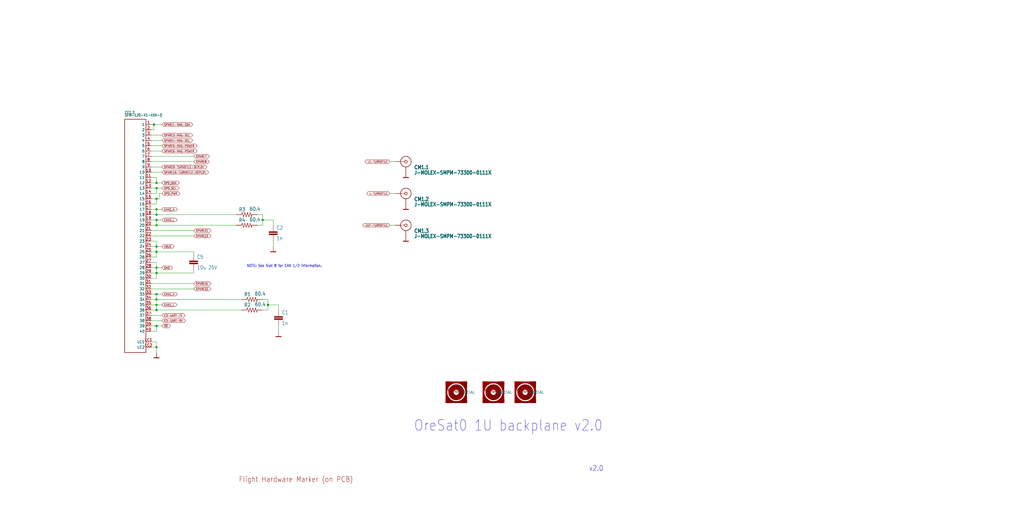
<source format=kicad_sch>
(kicad_sch (version 20211123) (generator eeschema)
  (paper "User" 490.22 254.406)
  (lib_symbols
    (symbol "J-MOLEX-SMPM-73300-0111X:J-MOLEX-SMPM-73300-0111X_1"
      (property "Reference" "CM2.2" (at 3.81 -3.81 0))
      (property "Value" "J-MOLEX-SMPM-73300-0111X_1" (at 3.81 -6.35 0))
      (symbol "J-MOLEX-SMPM-73300-0111X_1_1_0"
        (polyline (pts (xy -2.54 0) (xy -0.635 0)) (stroke (width 0.1524)))
        (circle (center 0 0) (radius 0.635) (stroke (width 0.254)))
        (circle (center 0 0) (radius 2.54) (stroke (width 0.254)))
        (pin passive line (at 0 -5.08 90) (length 2.54) (name "SHIELD1") (number "GND"))
        (pin passive line (at -5.08 0 0) (length 2.54) (name "RF") (number "RF-DOWN"))
      )
    )
    (symbol "oresat0-1u-backplane-eagle-import:C-EU0603-C-NOSILK"
      (property "Reference" "C" (at 1.524 0.381 0))
      (property "Value" "C-EU0603-C-NOSILK" (at 1.524 -4.699 0))
      (symbol "C-EU0603-C-NOSILK_1_0"
        (rectangle (start -2.032 -2.032) (end 2.032 -1.524) (fill (type outline)))
        (rectangle (start -2.032 -1.016) (end 2.032 -0.508) (fill (type outline)))
        (polyline (pts (xy 0 -2.54) (xy 0 -2.032)) (stroke (width 0.1524)))
        (polyline (pts (xy 0 0) (xy 0 -0.508)) (stroke (width 0.1524)))
        (pin passive line (at 0 2.54 270) (length 2.54) (name "1") (number "1"))
        (pin passive line (at 0 -5.08 90) (length 2.54) (name "2") (number "2"))
      )
    )
    (symbol "oresat0-1u-backplane-eagle-import:C-EU1206-B"
      (property "Reference" "C" (at 1.524 0.381 0))
      (property "Value" "C-EU1206-B" (at 1.524 -4.699 0))
      (symbol "C-EU1206-B_1_0"
        (rectangle (start -2.032 -2.032) (end 2.032 -1.524) (fill (type outline)))
        (rectangle (start -2.032 -1.016) (end 2.032 -0.508) (fill (type outline)))
        (polyline (pts (xy 0 -2.54) (xy 0 -2.032)) (stroke (width 0.1524)))
        (polyline (pts (xy 0 0) (xy 0 -0.508)) (stroke (width 0.1524)))
        (pin passive line (at 0 2.54 270) (length 2.54) (name "1") (number "1"))
        (pin passive line (at 0 -5.08 90) (length 2.54) (name "2") (number "2"))
      )
    )
    (symbol "oresat0-1u-backplane-eagle-import:FIDUCIAL-1.0X2.0"
      (symbol "FIDUCIAL-1.0X2.0_1_0"
        (rectangle (start -5.08 -5.08) (end -3.556 -2.54) (fill (type outline)))
        (rectangle (start -5.08 -5.08) (end -2.54 -3.556) (fill (type outline)))
        (rectangle (start -5.08 2.54) (end -3.556 5.08) (fill (type outline)))
        (rectangle (start -5.08 3.556) (end -2.54 5.08) (fill (type outline)))
        (polyline (pts (xy -5.08 -5.08) (xy -5.08 5.08)) (stroke (width 0.127)))
        (polyline (pts (xy -5.08 -5.08) (xy 5.08 -5.08)) (stroke (width 0.127)))
        (polyline (pts (xy -5.08 5.08) (xy 5.08 5.08)) (stroke (width 0.127)))
        (polyline (pts (xy -4.699 2.54) (xy -4.699 -2.54)) (stroke (width 0.762)))
        (polyline (pts (xy -2.54 -4.699) (xy 2.54 -4.699)) (stroke (width 0.762)))
        (polyline (pts (xy -2.54 4.699) (xy 2.54 4.699)) (stroke (width 0.762)))
        (polyline (pts (xy 4.699 -2.54) (xy 4.699 2.54)) (stroke (width 0.762)))
        (polyline (pts (xy 5.08 5.08) (xy 5.08 -5.08)) (stroke (width 0.127)))
        (circle (center 0 0) (radius 2.54) (stroke (width 2.54)))
        (circle (center 0 0) (radius 4.699) (stroke (width 0.762)))
        (rectangle (start 2.54 -5.08) (end 5.08 -3.556) (fill (type outline)))
        (rectangle (start 2.54 3.556) (end 5.08 5.08) (fill (type outline)))
        (rectangle (start 3.556 -5.08) (end 5.08 -2.54) (fill (type outline)))
        (rectangle (start 3.556 2.54) (end 5.08 5.08) (fill (type outline)))
        (pin no_connect line (at 0 0 0) (length 0) (name "FIDUCIAL") (number "FIDUCIAL"))
      )
    )
    (symbol "oresat0-1u-backplane-eagle-import:FLIGHMARKERNEW"
      (symbol "FLIGHMARKERNEW_1_0"
        (text "Flight Hardware Marker (on PCB)" (at 0 0 0) (effects (font (size 2.54 2.159)) (justify left bottom)))
      )
    )
    (symbol "oresat0-1u-backplane-eagle-import:GND" (power)
      (symbol "GND_1_0"
        (polyline (pts (xy -1.27 -2.54) (xy 1.27 -2.54)) (stroke (width 0.4064)))
        (pin power_in line (at 0 0 270) (length 2.54) (name "GND") (number "1"))
      )
    )
    (symbol "oresat0-1u-backplane-eagle-import:R-US_1206-C"
      (property "Reference" "R" (at -3.81 1.4986 0))
      (property "Value" "R-US_1206-C" (at -3.81 -3.302 0))
      (symbol "R-US_1206-C_1_0"
        (polyline (pts (xy -2.54 0) (xy -2.159 1.016)) (stroke (width 0.2032)))
        (polyline (pts (xy -2.159 1.016) (xy -1.524 -1.016)) (stroke (width 0.2032)))
        (polyline (pts (xy -1.524 -1.016) (xy -0.889 1.016)) (stroke (width 0.2032)))
        (polyline (pts (xy -0.889 1.016) (xy -0.254 -1.016)) (stroke (width 0.2032)))
        (polyline (pts (xy -0.254 -1.016) (xy 0.381 1.016)) (stroke (width 0.2032)))
        (polyline (pts (xy 0.381 1.016) (xy 1.016 -1.016)) (stroke (width 0.2032)))
        (polyline (pts (xy 1.016 -1.016) (xy 1.651 1.016)) (stroke (width 0.2032)))
        (polyline (pts (xy 1.651 1.016) (xy 2.286 -1.016)) (stroke (width 0.2032)))
        (polyline (pts (xy 2.286 -1.016) (xy 2.54 0)) (stroke (width 0.2032)))
        (pin passive line (at -5.08 0 0) (length 2.54) (name "1") (number "1"))
        (pin passive line (at 5.08 0 180) (length 2.54) (name "2") (number "2"))
      )
    )
    (symbol "oresat0-1u-backplane-eagle-import:SFM-120-X1-XXX-D"
      (property "Reference" "J" (at -2.54 50.8 0))
      (property "Value" "SFM-120-X1-XXX-D" (at -2.54 49.53 0))
      (symbol "SFM-120-X1-XXX-D_1_0"
        (polyline (pts (xy -2.54 -63.5) (xy -2.54 48.26)) (stroke (width 0.254)))
        (polyline (pts (xy -2.54 48.26) (xy 7.62 48.26)) (stroke (width 0.254)))
        (polyline (pts (xy 7.62 -63.5) (xy -2.54 -63.5)) (stroke (width 0.254)))
        (polyline (pts (xy 7.62 48.26) (xy 7.62 -63.5)) (stroke (width 0.254)))
        (pin passive line (at 10.16 45.72 180) (length 2.54) (name "1") (number "1"))
        (pin passive line (at 10.16 22.86 180) (length 2.54) (name "10") (number "10"))
        (pin passive line (at 10.16 20.32 180) (length 2.54) (name "11") (number "11"))
        (pin passive line (at 10.16 17.78 180) (length 2.54) (name "12") (number "12"))
        (pin passive line (at 10.16 15.24 180) (length 2.54) (name "13") (number "13"))
        (pin passive line (at 10.16 12.7 180) (length 2.54) (name "14") (number "14"))
        (pin passive line (at 10.16 10.16 180) (length 2.54) (name "15") (number "15"))
        (pin passive line (at 10.16 7.62 180) (length 2.54) (name "16") (number "16"))
        (pin passive line (at 10.16 5.08 180) (length 2.54) (name "17") (number "17"))
        (pin passive line (at 10.16 2.54 180) (length 2.54) (name "18") (number "18"))
        (pin passive line (at 10.16 0 180) (length 2.54) (name "19") (number "19"))
        (pin passive line (at 10.16 43.18 180) (length 2.54) (name "2") (number "2"))
        (pin passive line (at 10.16 -2.54 180) (length 2.54) (name "20") (number "20"))
        (pin passive line (at 10.16 -5.08 180) (length 2.54) (name "21") (number "21"))
        (pin passive line (at 10.16 -7.62 180) (length 2.54) (name "22") (number "22"))
        (pin passive line (at 10.16 -10.16 180) (length 2.54) (name "23") (number "23"))
        (pin passive line (at 10.16 -12.7 180) (length 2.54) (name "24") (number "24"))
        (pin passive line (at 10.16 -15.24 180) (length 2.54) (name "25") (number "25"))
        (pin passive line (at 10.16 -17.78 180) (length 2.54) (name "26") (number "26"))
        (pin passive line (at 10.16 -20.32 180) (length 2.54) (name "27") (number "27"))
        (pin passive line (at 10.16 -22.86 180) (length 2.54) (name "28") (number "28"))
        (pin passive line (at 10.16 -25.4 180) (length 2.54) (name "29") (number "29"))
        (pin passive line (at 10.16 40.64 180) (length 2.54) (name "3") (number "3"))
        (pin passive line (at 10.16 -27.94 180) (length 2.54) (name "30") (number "30"))
        (pin passive line (at 10.16 -30.48 180) (length 2.54) (name "31") (number "31"))
        (pin passive line (at 10.16 -33.02 180) (length 2.54) (name "32") (number "32"))
        (pin passive line (at 10.16 -35.56 180) (length 2.54) (name "33") (number "33"))
        (pin passive line (at 10.16 -38.1 180) (length 2.54) (name "34") (number "34"))
        (pin passive line (at 10.16 -40.64 180) (length 2.54) (name "35") (number "35"))
        (pin passive line (at 10.16 -43.18 180) (length 2.54) (name "36") (number "36"))
        (pin passive line (at 10.16 -45.72 180) (length 2.54) (name "37") (number "37"))
        (pin passive line (at 10.16 -48.26 180) (length 2.54) (name "38") (number "38"))
        (pin passive line (at 10.16 -50.8 180) (length 2.54) (name "39") (number "39"))
        (pin passive line (at 10.16 38.1 180) (length 2.54) (name "4") (number "4"))
        (pin passive line (at 10.16 -53.34 180) (length 2.54) (name "40") (number "40"))
        (pin passive line (at 10.16 35.56 180) (length 2.54) (name "5") (number "5"))
        (pin passive line (at 10.16 33.02 180) (length 2.54) (name "6") (number "6"))
        (pin passive line (at 10.16 30.48 180) (length 2.54) (name "7") (number "7"))
        (pin passive line (at 10.16 27.94 180) (length 2.54) (name "8") (number "8"))
        (pin passive line (at 10.16 25.4 180) (length 2.54) (name "9") (number "9"))
        (pin passive line (at 10.16 -58.42 180) (length 2.54) (name "LC1") (number "LC1"))
        (pin passive line (at 10.16 -60.96 180) (length 2.54) (name "LC2") (number "LC2"))
      )
    )
  )
  (junction (at 74.93 143.51))
  (junction (at 74.93 166.37))
  (junction (at 125.73 105.41))
  (junction (at 74.93 105.41))
  (junction (at 74.93 128.27))
  (junction (at 74.93 90.17))
  (junction (at 74.93 140.97))
  (junction (at 74.93 102.87))
  (junction (at 128.27 146.05))
  (junction (at 74.93 107.95))
  (junction (at 74.93 146.05))
  (junction (at 74.93 87.63))
  (junction (at 74.93 95.25))
  (junction (at 74.93 120.65))
  (junction (at 74.93 100.33))
  (junction (at 74.93 156.21))
  (junction (at 74.93 118.11))
  (junction (at 74.93 130.81))
  (junction (at 74.93 148.59))
  (junction (at 73.66 59.69))
  (wire (pts (xy 189.23 77.47) (xy 186.69 77.47)))
  (wire (pts (xy 72.39 128.27) (xy 74.93 128.27)))
  (wire (pts (xy 72.39 90.17) (xy 74.93 90.17)))
  (wire (pts (xy 77.47 140.97) (xy 74.93 140.97)))
  (wire (pts (xy 74.93 133.35) (xy 74.93 130.81)))
  (wire (pts (xy 74.93 156.21) (xy 72.39 156.21)))
  (wire (pts (xy 72.39 77.47) (xy 92.71 77.47)))
  (wire (pts (xy 72.39 64.77) (xy 77.47 64.77)))
  (wire (pts (xy 128.27 146.05) (xy 133.35 146.05)))
  (wire (pts (xy 72.39 97.79) (xy 74.93 97.79)))
  (wire (pts (xy 74.93 118.11) (xy 72.39 118.11)))
  (wire (pts (xy 77.47 156.21) (xy 74.93 156.21)))
  (wire (pts (xy 72.39 166.37) (xy 74.93 166.37)))
  (wire (pts (xy 74.93 90.17) (xy 74.93 92.71)))
  (wire (pts (xy 77.47 100.33) (xy 74.93 100.33)))
  (wire (pts (xy 74.93 100.33) (xy 74.93 102.87)))
  (wire (pts (xy 74.93 143.51) (xy 115.57 143.51)))
  (wire (pts (xy 74.93 92.71) (xy 72.39 92.71)))
  (wire (pts (xy 77.47 105.41) (xy 74.93 105.41)))
  (wire (pts (xy 74.93 123.19) (xy 72.39 123.19)))
  (wire (pts (xy 77.47 128.27) (xy 74.93 128.27)))
  (wire (pts (xy 74.93 125.73) (xy 74.93 128.27)))
  (wire (pts (xy 72.39 87.63) (xy 74.93 87.63)))
  (wire (pts (xy 72.39 125.73) (xy 74.93 125.73)))
  (wire (pts (xy 72.39 113.03) (xy 92.71 113.03)))
  (wire (pts (xy 72.39 80.01) (xy 77.47 80.01)))
  (wire (pts (xy 72.39 158.75) (xy 74.93 158.75)))
  (wire (pts (xy 133.35 148.59) (xy 133.35 146.05)))
  (wire (pts (xy 72.39 69.85) (xy 77.47 69.85)))
  (wire (pts (xy 74.93 120.65) (xy 74.93 123.19)))
  (wire (pts (xy 74.93 105.41) (xy 72.39 105.41)))
  (wire (pts (xy 74.93 97.79) (xy 74.93 95.25)))
  (wire (pts (xy 74.93 163.83) (xy 74.93 166.37)))
  (wire (pts (xy 128.27 146.05) (xy 128.27 148.59)))
  (wire (pts (xy 123.19 102.87) (xy 125.73 102.87)))
  (wire (pts (xy 74.93 107.95) (xy 113.03 107.95)))
  (wire (pts (xy 125.73 105.41) (xy 125.73 107.95)))
  (wire (pts (xy 72.39 138.43) (xy 92.71 138.43)))
  (wire (pts (xy 72.39 110.49) (xy 92.71 110.49)))
  (wire (pts (xy 133.35 156.21) (xy 133.35 158.75)))
  (wire (pts (xy 77.47 146.05) (xy 74.93 146.05)))
  (wire (pts (xy 125.73 102.87) (xy 125.73 105.41)))
  (wire (pts (xy 74.93 95.25) (xy 72.39 95.25)))
  (wire (pts (xy 74.93 140.97) (xy 72.39 140.97)))
  (wire (pts (xy 72.39 133.35) (xy 74.93 133.35)))
  (wire (pts (xy 74.93 102.87) (xy 113.03 102.87)))
  (wire (pts (xy 72.39 67.31) (xy 77.47 67.31)))
  (wire (pts (xy 130.81 105.41) (xy 130.81 107.95)))
  (wire (pts (xy 189.23 92.71) (xy 186.69 92.71)))
  (wire (pts (xy 76.2 95.25) (xy 74.93 95.25)))
  (wire (pts (xy 74.93 105.41) (xy 74.93 107.95)))
  (wire (pts (xy 72.39 115.57) (xy 74.93 115.57)))
  (wire (pts (xy 72.39 62.23) (xy 73.66 62.23)))
  (wire (pts (xy 130.81 115.57) (xy 130.81 118.11)))
  (wire (pts (xy 74.93 115.57) (xy 74.93 118.11)))
  (wire (pts (xy 92.71 120.65) (xy 92.71 121.92)))
  (wire (pts (xy 77.47 87.63) (xy 74.93 87.63)))
  (wire (pts (xy 74.93 146.05) (xy 72.39 146.05)))
  (wire (pts (xy 74.93 148.59) (xy 115.57 148.59)))
  (wire (pts (xy 77.47 118.11) (xy 74.93 118.11)))
  (wire (pts (xy 125.73 107.95) (xy 123.19 107.95)))
  (wire (pts (xy 73.66 59.69) (xy 77.47 59.69)))
  (wire (pts (xy 74.93 120.65) (xy 72.39 120.65)))
  (wire (pts (xy 74.93 100.33) (xy 72.39 100.33)))
  (wire (pts (xy 74.93 158.75) (xy 74.93 156.21)))
  (wire (pts (xy 125.73 105.41) (xy 130.81 105.41)))
  (wire (pts (xy 74.93 87.63) (xy 74.93 85.09)))
  (wire (pts (xy 72.39 135.89) (xy 92.71 135.89)))
  (wire (pts (xy 74.93 166.37) (xy 74.93 168.91)))
  (wire (pts (xy 74.93 85.09) (xy 72.39 85.09)))
  (wire (pts (xy 72.39 72.39) (xy 77.47 72.39)))
  (wire (pts (xy 77.47 92.71) (xy 76.2 92.71)))
  (wire (pts (xy 72.39 163.83) (xy 74.93 163.83)))
  (wire (pts (xy 74.93 130.81) (xy 92.71 130.81)))
  (wire (pts (xy 72.39 82.55) (xy 77.47 82.55)))
  (wire (pts (xy 73.66 62.23) (xy 73.66 59.69)))
  (wire (pts (xy 128.27 148.59) (xy 125.73 148.59)))
  (wire (pts (xy 72.39 153.67) (xy 77.47 153.67)))
  (wire (pts (xy 74.93 130.81) (xy 72.39 130.81)))
  (wire (pts (xy 72.39 102.87) (xy 74.93 102.87)))
  (wire (pts (xy 125.73 143.51) (xy 128.27 143.51)))
  (wire (pts (xy 189.23 107.95) (xy 186.69 107.95)))
  (wire (pts (xy 72.39 151.13) (xy 77.47 151.13)))
  (wire (pts (xy 128.27 143.51) (xy 128.27 146.05)))
  (wire (pts (xy 76.2 92.71) (xy 76.2 95.25)))
  (wire (pts (xy 74.93 120.65) (xy 92.71 120.65)))
  (wire (pts (xy 74.93 148.59) (xy 74.93 146.05)))
  (wire (pts (xy 72.39 107.95) (xy 74.93 107.95)))
  (wire (pts (xy 92.71 130.81) (xy 92.71 129.54)))
  (wire (pts (xy 74.93 128.27) (xy 74.93 130.81)))
  (wire (pts (xy 72.39 143.51) (xy 74.93 143.51)))
  (wire (pts (xy 74.93 90.17) (xy 77.47 90.17)))
  (wire (pts (xy 72.39 148.59) (xy 74.93 148.59)))
  (wire (pts (xy 74.93 118.11) (xy 74.93 120.65)))
  (wire (pts (xy 72.39 59.69) (xy 73.66 59.69)))
  (wire (pts (xy 74.93 143.51) (xy 74.93 140.97)))
  (wire (pts (xy 72.39 74.93) (xy 92.71 74.93)))
  (text "OreSat0 1U backplane v2.0" (at 198.12 207.01 180) (effects (font (size 5.08 4.318)) (justify left bottom)))
  (text "NOTE: See Slot 8 for CAN 1/2 information." (at 118.11 128.27 180) (effects (font (size 1.27 1.0795)) (justify left bottom)))
  (text "v2.0" (at 281.94 226.06 180) (effects (font (size 2.54 2.159)) (justify left bottom)))
  (global_label "CAN2_L" (shape bidirectional) (at 77.47 105.41 0) (effects (font (size 0.889 0.889))) (property "Intersheet References" "${INTERSHEET_REFS}" (effects hide)))
  (global_label "SPARE22" (shape bidirectional) (at 92.71 113.03 0) (effects (font (size 0.889 0.889))) (property "Intersheet References" "${INTERSHEET_REFS}" (effects hide)))
  (global_label "SPARE10-TURNSTILE-DEPLOY" (shape bidirectional) (at 77.47 82.55 0) (effects (font (size 0.889 0.889))) (property "Intersheet References" "${INTERSHEET_REFS}" (effects hide)))
  (global_label "VBUS" (shape bidirectional) (at 77.47 118.11 0) (effects (font (size 0.889 0.889))) (property "Intersheet References" "${INTERSHEET_REFS}" (effects hide)))
  (global_label "L-TURNSTILE" (shape bidirectional) (at 186.69 92.71 180) (effects (font (size 0.889 0.889))) (property "Intersheet References" "${INTERSHEET_REFS}" (effects hide)))
  (global_label "~{SD}" (shape bidirectional) (at 77.47 156.21 0) (effects (font (size 0.889 0.889))) (property "Intersheet References" "${INTERSHEET_REFS}" (effects hide)))
  (global_label "SPARE8" (shape bidirectional) (at 92.71 77.47 0) (effects (font (size 0.889 0.889))) (property "Intersheet References" "${INTERSHEET_REFS}" (effects hide)))
  (global_label "SPARE6-MAG-POWER" (shape bidirectional) (at 77.47 72.39 0) (effects (font (size 0.889 0.889))) (property "Intersheet References" "${INTERSHEET_REFS}" (effects hide)))
  (global_label "SPARE32" (shape bidirectional) (at 92.71 138.43 0) (effects (font (size 0.889 0.889))) (property "Intersheet References" "${INTERSHEET_REFS}" (effects hide)))
  (global_label "SPARE4-MAG-SCL" (shape bidirectional) (at 77.47 67.31 0) (effects (font (size 0.889 0.889))) (property "Intersheet References" "${INTERSHEET_REFS}" (effects hide)))
  (global_label "SPARE1-MAG-SDA" (shape bidirectional) (at 77.47 59.69 0) (effects (font (size 0.889 0.889))) (property "Intersheet References" "${INTERSHEET_REFS}" (effects hide)))
  (global_label "GND" (shape bidirectional) (at 77.47 128.27 0) (effects (font (size 0.889 0.889))) (property "Intersheet References" "${INTERSHEET_REFS}" (effects hide)))
  (global_label "SPARE31" (shape bidirectional) (at 92.71 135.89 0) (effects (font (size 0.889 0.889))) (property "Intersheet References" "${INTERSHEET_REFS}" (effects hide)))
  (global_label "C3-UART-RX" (shape bidirectional) (at 77.47 153.67 0) (effects (font (size 0.889 0.889))) (property "Intersheet References" "${INTERSHEET_REFS}" (effects hide)))
  (global_label "UHF-TURNSTILE" (shape bidirectional) (at 186.69 107.95 180) (effects (font (size 0.889 0.889))) (property "Intersheet References" "${INTERSHEET_REFS}" (effects hide)))
  (global_label "SPARE3-MAG-SCL" (shape bidirectional) (at 77.47 64.77 0) (effects (font (size 0.889 0.889))) (property "Intersheet References" "${INTERSHEET_REFS}" (effects hide)))
  (global_label "SPARE9-TURNSTILE-DEPLOY" (shape bidirectional) (at 77.47 80.01 0) (effects (font (size 0.889 0.889))) (property "Intersheet References" "${INTERSHEET_REFS}" (effects hide)))
  (global_label "L1-TURNSTILE" (shape bidirectional) (at 186.69 77.47 180) (effects (font (size 0.889 0.889))) (property "Intersheet References" "${INTERSHEET_REFS}" (effects hide)))
  (global_label "SPARE5-MAG-POWER" (shape bidirectional) (at 77.47 69.85 0) (effects (font (size 0.889 0.889))) (property "Intersheet References" "${INTERSHEET_REFS}" (effects hide)))
  (global_label "OPD_SCL" (shape bidirectional) (at 77.47 90.17 0) (effects (font (size 0.889 0.889))) (property "Intersheet References" "${INTERSHEET_REFS}" (effects hide)))
  (global_label "SPARE21" (shape bidirectional) (at 92.71 110.49 0) (effects (font (size 0.889 0.889))) (property "Intersheet References" "${INTERSHEET_REFS}" (effects hide)))
  (global_label "SPARE7" (shape bidirectional) (at 92.71 74.93 0) (effects (font (size 0.889 0.889))) (property "Intersheet References" "${INTERSHEET_REFS}" (effects hide)))
  (global_label "C3-UART-TX" (shape bidirectional) (at 77.47 151.13 0) (effects (font (size 0.889 0.889))) (property "Intersheet References" "${INTERSHEET_REFS}" (effects hide)))
  (global_label "OPD_PWR" (shape bidirectional) (at 77.47 92.71 0) (effects (font (size 0.889 0.889))) (property "Intersheet References" "${INTERSHEET_REFS}" (effects hide)))
  (global_label "CAN1_L" (shape bidirectional) (at 77.47 146.05 0) (effects (font (size 0.889 0.889))) (property "Intersheet References" "${INTERSHEET_REFS}" (effects hide)))
  (global_label "CAN1_H" (shape bidirectional) (at 77.47 140.97 0) (effects (font (size 0.889 0.889))) (property "Intersheet References" "${INTERSHEET_REFS}" (effects hide)))
  (global_label "CAN2_H" (shape bidirectional) (at 77.47 100.33 0) (effects (font (size 0.889 0.889))) (property "Intersheet References" "${INTERSHEET_REFS}" (effects hide)))
  (global_label "OPD_SDA" (shape bidirectional) (at 77.47 87.63 0) (effects (font (size 0.889 0.889))) (property "Intersheet References" "${INTERSHEET_REFS}" (effects hide)))
  (symbol (lib_id "oresat0-1u-backplane-eagle-import:GND") (at 130.81 118.11 0) (unit 1)
    (property "Reference" "#GND015" (effects hide))
    (property "Value" "GND" (effects hide))
    (property "Footprint" "oresat0-1u-backplane:" (effects hide))
  )
  (symbol (lib_id "oresat0-1u-backplane-eagle-import:GND") (at 74.93 168.91 0) (unit 1)
    (property "Reference" "#GND090" (effects hide))
    (property "Value" "GND" (effects hide))
    (property "Footprint" "oresat0-1u-backplane:" (effects hide))
  )
  (symbol (lib_id "oresat0-1u-backplane-eagle-import:R-US_1206-C") (at 120.65 148.59 0) (unit 1)
    (property "Reference" "R2" (at 116.84 147.0914 0) (effects (font (size 1.778 1.5113)) (justify left bottom)))
    (property "Value" "60.4" (at 121.92 146.812 0) (effects (font (size 1.778 1.5113)) (justify left bottom)))
    (property "Footprint" "oresat0-1u-backplane:1206-C" (effects hide))
  )
  (symbol (lib_id "oresat0-1u-backplane-eagle-import:FIDUCIAL-1.0X2.0") (at 236.22 187.96 0) (unit 1)
    (property "Reference" "FIDUCIAL2" (effects hide))
    (property "Value" "FIDUCIAL-1.0X2.0" (effects hide))
    (property "Footprint" "oresat0-1u-backplane:FIDUCIAL-1.0X2.0" (effects hide))
  )
  (symbol (lib_id "oresat0-1u-backplane-eagle-import:C-EU0603-C-NOSILK") (at 130.81 110.49 0) (unit 1)
    (property "Reference" "C2" (at 132.334 110.109 0) (effects (font (size 1.778 1.5113)) (justify left bottom)))
    (property "Value" "1n" (at 132.334 115.189 0) (effects (font (size 1.778 1.5113)) (justify left bottom)))
    (property "Footprint" "oresat0-1u-backplane:.0603-C-NOSILK" (effects hide))
  )
  (symbol (lib_id "oresat0-1u-backplane-eagle-import:R-US_1206-C") (at 120.65 143.51 0) (unit 1)
    (property "Reference" "R1" (at 116.84 142.0114 0) (effects (font (size 1.778 1.5113)) (justify left bottom)))
    (property "Value" "60.4" (at 121.92 141.732 0) (effects (font (size 1.778 1.5113)) (justify left bottom)))
    (property "Footprint" "oresat0-1u-backplane:1206-C" (effects hide))
  )
  (symbol (lib_id "oresat0-1u-backplane-eagle-import:R-US_1206-C") (at 118.11 102.87 0) (unit 1)
    (property "Reference" "R3" (at 114.3 101.3714 0) (effects (font (size 1.778 1.5113)) (justify left bottom)))
    (property "Value" "60.4" (at 119.38 101.092 0) (effects (font (size 1.778 1.5113)) (justify left bottom)))
    (property "Footprint" "oresat0-1u-backplane:1206-C" (effects hide))
  )
  (symbol (lib_id "oresat0-1u-backplane-eagle-import:GND") (at 194.31 113.03 0) (unit 1)
    (property "Reference" "#GND03" (effects hide))
    (property "Value" "GND" (effects hide))
    (property "Footprint" "oresat0-1u-backplane:" (effects hide))
  )
  (symbol (lib_id "oresat0-1u-backplane-eagle-import:GND") (at 194.31 82.55 0) (unit 1)
    (property "Reference" "#GND014" (effects hide))
    (property "Value" "GND" (effects hide))
    (property "Footprint" "oresat0-1u-backplane:" (effects hide))
  )
  (symbol (lib_id "oresat0-1u-backplane-eagle-import:GND") (at 133.35 158.75 0) (unit 1)
    (property "Reference" "#GND016" (effects hide))
    (property "Value" "GND" (effects hide))
    (property "Footprint" "oresat0-1u-backplane:" (effects hide))
  )
  (symbol (lib_id "J-MOLEX-SMPM-73300-0111X:J-MOLEX-SMPM-73300-0111X_1") (at 194.31 107.95 0) (unit 1)
    (property "Reference" "CM1.3" (at 198.12 111.76 0) (effects (font (size 1.778 1.5113) bold) (justify left bottom)))
    (property "Value" "J-MOLEX-SMPM-73300-0111X" (at 198.12 114.3 0) (effects (font (size 1.778 1.5113) bold) (justify left bottom)))
    (property "Footprint" "oresat-footprints:J-MOLEX-SMPM-73300-0111X-long" (effects hide))
  )
  (symbol (lib_id "oresat0-1u-backplane-eagle-import:SFM-120-X1-XXX-D") (at 62.23 105.41 0) (unit 1)
    (property "Reference" "CF1.2" (at 59.69 54.61 0) (effects (font (size 1.27 1.0795)) (justify left bottom)))
    (property "Value" "SFM-120-X1-XXX-D" (at 59.69 55.88 0) (effects (font (size 1.27 1.0795)) (justify left bottom)))
    (property "Footprint" "oresat0-1u-backplane:SFM-120-X1-XXX-D" (effects hide))
  )
  (symbol (lib_id "J-MOLEX-SMPM-73300-0111X:J-MOLEX-SMPM-73300-0111X_1") (at 194.31 92.71 0) (unit 1)
    (property "Reference" "CM1.2" (at 198.12 96.52 0) (effects (font (size 1.778 1.5113) bold) (justify left bottom)))
    (property "Value" "J-MOLEX-SMPM-73300-0111X" (at 198.12 99.06 0) (effects (font (size 1.778 1.5113) bold) (justify left bottom)))
    (property "Footprint" "oresat-footprints:J-MOLEX-SMPM-73300-0111X-long" (effects hide))
  )
  (symbol (lib_id "oresat0-1u-backplane-eagle-import:FIDUCIAL-1.0X2.0") (at 218.44 187.96 0) (unit 1)
    (property "Reference" "FIDUCIAL1" (effects hide))
    (property "Value" "FIDUCIAL-1.0X2.0" (effects hide))
    (property "Footprint" "oresat0-1u-backplane:FIDUCIAL-1.0X2.0" (effects hide))
  )
  (symbol (lib_id "J-MOLEX-SMPM-73300-0111X:J-MOLEX-SMPM-73300-0111X_1") (at 194.31 77.47 0) (unit 1)
    (property "Reference" "CM1.1" (at 198.12 81.28 0) (effects (font (size 1.778 1.5113) bold) (justify left bottom)))
    (property "Value" "J-MOLEX-SMPM-73300-0111X" (at 198.12 83.82 0) (effects (font (size 1.778 1.5113) bold) (justify left bottom)))
    (property "Footprint" "oresat-footprints:J-MOLEX-SMPM-73300-0111X-long" (effects hide))
  )
  (symbol (lib_id "oresat0-1u-backplane-eagle-import:C-EU1206-B") (at 92.71 124.46 0) (unit 1)
    (property "Reference" "C5" (at 94.234 124.079 0) (effects (font (size 1.778 1.5113)) (justify left bottom)))
    (property "Value" "10u 25V" (at 94.234 129.159 0) (effects (font (size 1.778 1.5113)) (justify left bottom)))
    (property "Footprint" "oresat0-1u-backplane:1206-B" (effects hide))
  )
  (symbol (lib_id "oresat0-1u-backplane-eagle-import:FIDUCIAL-1.0X2.0") (at 251.46 187.96 0) (unit 1)
    (property "Reference" "FIDUCIAL3" (effects hide))
    (property "Value" "FIDUCIAL-1.0X2.0" (effects hide))
    (property "Footprint" "oresat0-1u-backplane:FIDUCIAL-1.0X2.0" (effects hide))
  )
  (symbol (lib_id "oresat0-1u-backplane-eagle-import:R-US_1206-C") (at 118.11 107.95 0) (unit 1)
    (property "Reference" "R4" (at 114.3 106.4514 0) (effects (font (size 1.778 1.5113)) (justify left bottom)))
    (property "Value" "60.4" (at 119.38 106.172 0) (effects (font (size 1.778 1.5113)) (justify left bottom)))
    (property "Footprint" "oresat0-1u-backplane:1206-C" (effects hide))
  )
  (symbol (lib_id "oresat0-1u-backplane-eagle-import:GND") (at 194.31 97.79 0) (unit 1)
    (property "Reference" "#GND02" (effects hide))
    (property "Value" "GND" (effects hide))
    (property "Footprint" "oresat0-1u-backplane:" (effects hide))
  )
  (symbol (lib_id "oresat0-1u-backplane-eagle-import:C-EU0603-C-NOSILK") (at 133.35 151.13 0) (unit 1)
    (property "Reference" "C1" (at 134.874 150.749 0) (effects (font (size 1.778 1.5113)) (justify left bottom)))
    (property "Value" "1n" (at 134.874 155.829 0) (effects (font (size 1.778 1.5113)) (justify left bottom)))
    (property "Footprint" "oresat0-1u-backplane:.0603-C-NOSILK" (effects hide))
  )
  (symbol (lib_id "oresat0-1u-backplane-eagle-import:FLIGHMARKERNEW") (at 114.3 231.14 0) (unit 1)
    (property "Reference" "U$1" (effects hide))
    (property "Value" "FLIGHMARKERNEW" (effects hide))
    (property "Footprint" "oresat0-1u-backplane:FLIGHTMARKER_NEW_BOARDS" (effects hide))
  )
)
</source>
